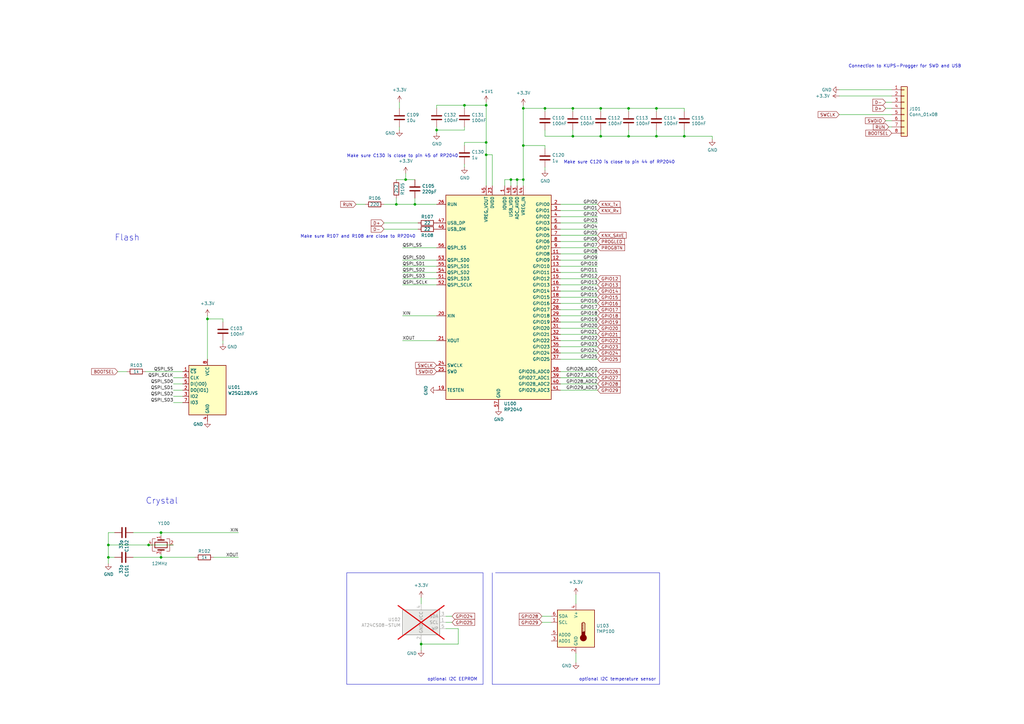
<source format=kicad_sch>
(kicad_sch (version 20230121) (generator eeschema)
  (paper "A3")
  (title_block (title "LED-UP1-4x24V") (date "2024-03-28") (rev "V00.01") (company "OpenKNX") (comment 1 "by Ing-Dom <dom@sing-dom.de>") (comment 4 "https://OpenKNX.de"))
  (lib_symbols
    (symbol "Connector_Generic:Conn_01x08" (pin_names (offset 1.016) hide)
      (property "Reference" "J" (at 0 10.16 0))
      (property "Value" "Conn_01x08" (at 0 -12.7 0))
      (symbol "Conn_01x08_1_1"
        (rectangle (start -1.27 -10.033) (end 0 -10.287) (stroke (width 0.1524)))
        (rectangle (start -1.27 -7.493) (end 0 -7.747) (stroke (width 0.1524)))
        (rectangle (start -1.27 -4.953) (end 0 -5.207) (stroke (width 0.1524)))
        (rectangle (start -1.27 -2.413) (end 0 -2.667) (stroke (width 0.1524)))
        (rectangle (start -1.27 0.127) (end 0 -0.127) (stroke (width 0.1524)))
        (rectangle (start -1.27 2.667) (end 0 2.413) (stroke (width 0.1524)))
        (rectangle (start -1.27 5.207) (end 0 4.953) (stroke (width 0.1524)))
        (rectangle (start -1.27 7.747) (end 0 7.493) (stroke (width 0.1524)))
        (rectangle (start -1.27 8.89) (end 1.27 -11.43) (stroke (width 0.254)) (fill (type background)))
        (pin passive line (at -5.08 7.62 0) (length 3.81) (name "Pin_1") (number "1"))
        (pin passive line (at -5.08 5.08 0) (length 3.81) (name "Pin_2") (number "2"))
        (pin passive line (at -5.08 2.54 0) (length 3.81) (name "Pin_3") (number "3"))
        (pin passive line (at -5.08 0 0) (length 3.81) (name "Pin_4") (number "4"))
        (pin passive line (at -5.08 -2.54 0) (length 3.81) (name "Pin_5") (number "5"))
        (pin passive line (at -5.08 -5.08 0) (length 3.81) (name "Pin_6") (number "6"))
        (pin passive line (at -5.08 -7.62 0) (length 3.81) (name "Pin_7") (number "7"))
        (pin passive line (at -5.08 -10.16 0) (length 3.81) (name "Pin_8") (number "8"))
      )
    )
    (symbol "Device:C" (pin_numbers hide) (pin_names (offset 0.254))
      (property "Reference" "C" (at 0.635 2.54 0))
      (property "Value" "C" (at 0.635 -2.54 0))
      (symbol "C_0_1"
        (polyline (pts (xy -2.032 -0.762) (xy 2.032 -0.762)) (stroke (width 0.508)))
        (polyline (pts (xy -2.032 0.762) (xy 2.032 0.762)) (stroke (width 0.508)))
      )
      (symbol "C_1_1"
        (pin passive line (at 0 3.81 270) (length 2.794) (name "~") (number "1"))
        (pin passive line (at 0 -3.81 90) (length 2.794) (name "~") (number "2"))
      )
    )
    (symbol "Device:Crystal_GND24" (pin_names (offset 1.016) hide)
      (property "Reference" "Y" (at 3.175 5.08 0))
      (property "Value" "Crystal_GND24" (at 3.175 3.175 0))
      (symbol "Crystal_GND24_0_1"
        (rectangle (start -1.143 2.54) (end 1.143 -2.54) (stroke (width 0.3048)))
        (polyline (pts (xy -2.54 0) (xy -2.032 0)))
        (polyline (pts (xy -2.032 -1.27) (xy -2.032 1.27)) (stroke (width 0.508)))
        (polyline (pts (xy 0 -3.81) (xy 0 -3.556)))
        (polyline (pts (xy 0 3.556) (xy 0 3.81)))
        (polyline (pts (xy 2.032 -1.27) (xy 2.032 1.27)) (stroke (width 0.508)))
        (polyline (pts (xy 2.032 0) (xy 2.54 0)))
        (polyline (pts (xy -2.54 -2.286) (xy -2.54 -3.556) (xy 2.54 -3.556) (xy 2.54 -2.286)))
        (polyline (pts (xy -2.54 2.286) (xy -2.54 3.556) (xy 2.54 3.556) (xy 2.54 2.286)))
      )
      (symbol "Crystal_GND24_1_1"
        (pin passive line (at -3.81 0 0) (length 1.27) (name "1") (number "1"))
        (pin passive line (at 0 5.08 270) (length 1.27) (name "2") (number "2"))
        (pin passive line (at 3.81 0 180) (length 1.27) (name "3") (number "3"))
        (pin passive line (at 0 -5.08 90) (length 1.27) (name "4") (number "4"))
      )
    )
    (symbol "Device:R" (pin_numbers hide) (pin_names (offset 0))
      (property "Reference" "R" (at 2.032 0 90))
      (property "Value" "R" (at 0 0 90))
      (symbol "R_0_1"
        (rectangle (start -1.016 -2.54) (end 1.016 2.54) (stroke (width 0.254)))
      )
      (symbol "R_1_1"
        (pin passive line (at 0 3.81 270) (length 1.27) (name "~") (number "1"))
        (pin passive line (at 0 -3.81 90) (length 1.27) (name "~") (number "2"))
      )
    )
    (symbol "MCU_RaspberryPi:RP2040"
      (property "Reference" "U" (at 17.78 45.72 0))
      (property "Value" "RP2040" (at 17.78 43.18 0))
      (symbol "RP2040_0_1"
        (rectangle (start -21.59 41.91) (end 21.59 -41.91) (stroke (width 0.254)) (fill (type background)))
      )
      (symbol "RP2040_1_1"
        (pin power_in line (at 2.54 45.72 270) (length 3.81) (name "IOVDD") (number "1"))
        (pin passive line (at 2.54 45.72 270) (length 3.81) hide (name "IOVDD") (number "10"))
        (pin bidirectional line (at 25.4 17.78 180) (length 3.81) (name "GPIO8") (number "11"))
        (pin bidirectional line (at 25.4 15.24 180) (length 3.81) (name "GPIO9") (number "12"))
        (pin bidirectional line (at 25.4 12.7 180) (length 3.81) (name "GPIO10") (number "13"))
        (pin bidirectional line (at 25.4 10.16 180) (length 3.81) (name "GPIO11") (number "14"))
        (pin bidirectional line (at 25.4 7.62 180) (length 3.81) (name "GPIO12") (number "15"))
        (pin bidirectional line (at 25.4 5.08 180) (length 3.81) (name "GPIO13") (number "16"))
        (pin bidirectional line (at 25.4 2.54 180) (length 3.81) (name "GPIO14") (number "17"))
        (pin bidirectional line (at 25.4 0 180) (length 3.81) (name "GPIO15") (number "18"))
        (pin input line (at -25.4 -38.1 0) (length 3.81) (name "TESTEN") (number "19"))
        (pin bidirectional line (at 25.4 38.1 180) (length 3.81) (name "GPIO0") (number "2"))
        (pin input line (at -25.4 -7.62 0) (length 3.81) (name "XIN") (number "20"))
        (pin passive line (at -25.4 -17.78 0) (length 3.81) (name "XOUT") (number "21"))
        (pin passive line (at 2.54 45.72 270) (length 3.81) hide (name "IOVDD") (number "22"))
        (pin power_in line (at -2.54 45.72 270) (length 3.81) (name "DVDD") (number "23"))
        (pin input line (at -25.4 -27.94 0) (length 3.81) (name "SWCLK") (number "24"))
        (pin bidirectional line (at -25.4 -30.48 0) (length 3.81) (name "SWD") (number "25"))
        (pin input line (at -25.4 38.1 0) (length 3.81) (name "RUN") (number "26"))
        (pin bidirectional line (at 25.4 -2.54 180) (length 3.81) (name "GPIO16") (number "27"))
        (pin bidirectional line (at 25.4 -5.08 180) (length 3.81) (name "GPIO17") (number "28"))
        (pin bidirectional line (at 25.4 -7.62 180) (length 3.81) (name "GPIO18") (number "29"))
        (pin bidirectional line (at 25.4 35.56 180) (length 3.81) (name "GPIO1") (number "3"))
        (pin bidirectional line (at 25.4 -10.16 180) (length 3.81) (name "GPIO19") (number "30"))
        (pin bidirectional line (at 25.4 -12.7 180) (length 3.81) (name "GPIO20") (number "31"))
        (pin bidirectional line (at 25.4 -15.24 180) (length 3.81) (name "GPIO21") (number "32"))
        (pin passive line (at 2.54 45.72 270) (length 3.81) hide (name "IOVDD") (number "33"))
        (pin bidirectional line (at 25.4 -17.78 180) (length 3.81) (name "GPIO22") (number "34"))
        (pin bidirectional line (at 25.4 -20.32 180) (length 3.81) (name "GPIO23") (number "35"))
        (pin bidirectional line (at 25.4 -22.86 180) (length 3.81) (name "GPIO24") (number "36"))
        (pin bidirectional line (at 25.4 -25.4 180) (length 3.81) (name "GPIO25") (number "37"))
        (pin bidirectional line (at 25.4 -30.48 180) (length 3.81) (name "GPIO26_ADC0") (number "38"))
        (pin bidirectional line (at 25.4 -33.02 180) (length 3.81) (name "GPIO27_ADC1") (number "39"))
        (pin bidirectional line (at 25.4 33.02 180) (length 3.81) (name "GPIO2") (number "4"))
        (pin bidirectional line (at 25.4 -35.56 180) (length 3.81) (name "GPIO28_ADC2") (number "40"))
        (pin bidirectional line (at 25.4 -38.1 180) (length 3.81) (name "GPIO29_ADC3") (number "41"))
        (pin passive line (at 2.54 45.72 270) (length 3.81) hide (name "IOVDD") (number "42"))
        (pin power_in line (at 7.62 45.72 270) (length 3.81) (name "ADC_AVDD") (number "43"))
        (pin power_in line (at 10.16 45.72 270) (length 3.81) (name "VREG_IN") (number "44"))
        (pin power_out line (at -5.08 45.72 270) (length 3.81) (name "VREG_VOUT") (number "45"))
        (pin bidirectional line (at -25.4 27.94 0) (length 3.81) (name "USB_DM") (number "46"))
        (pin bidirectional line (at -25.4 30.48 0) (length 3.81) (name "USB_DP") (number "47"))
        (pin power_in line (at 5.08 45.72 270) (length 3.81) (name "USB_VDD") (number "48"))
        (pin passive line (at 2.54 45.72 270) (length 3.81) hide (name "IOVDD") (number "49"))
        (pin bidirectional line (at 25.4 30.48 180) (length 3.81) (name "GPIO3") (number "5"))
        (pin passive line (at -2.54 45.72 270) (length 3.81) hide (name "DVDD") (number "50"))
        (pin bidirectional line (at -25.4 7.62 0) (length 3.81) (name "QSPI_SD3") (number "51"))
        (pin output line (at -25.4 5.08 0) (length 3.81) (name "QSPI_SCLK") (number "52"))
        (pin bidirectional line (at -25.4 15.24 0) (length 3.81) (name "QSPI_SD0") (number "53"))
        (pin bidirectional line (at -25.4 10.16 0) (length 3.81) (name "QSPI_SD2") (number "54"))
        (pin bidirectional line (at -25.4 12.7 0) (length 3.81) (name "QSPI_SD1") (number "55"))
        (pin bidirectional line (at -25.4 20.32 0) (length 3.81) (name "QSPI_SS") (number "56"))
        (pin power_in line (at 0 -45.72 90) (length 3.81) (name "GND") (number "57"))
        (pin bidirectional line (at 25.4 27.94 180) (length 3.81) (name "GPIO4") (number "6"))
        (pin bidirectional line (at 25.4 25.4 180) (length 3.81) (name "GPIO5") (number "7"))
        (pin bidirectional line (at 25.4 22.86 180) (length 3.81) (name "GPIO6") (number "8"))
        (pin bidirectional line (at 25.4 20.32 180) (length 3.81) (name "GPIO7") (number "9"))
      )
    )
    (symbol "Memory_EEPROM:AT24CS08-STUM"
      (property "Reference" "U" (at -7.62 6.35 0))
      (property "Value" "AT24CS08-STUM" (at 2.54 -6.35 0))
      (symbol "AT24CS08-STUM_1_1"
        (rectangle (start -7.62 5.08) (end 7.62 -5.08) (stroke (width 0.254)) (fill (type background)))
        (pin input line (at 10.16 0 180) (length 2.54) (name "SCL") (number "1"))
        (pin power_in line (at 0 -7.62 90) (length 2.54) (name "GND") (number "2"))
        (pin bidirectional line (at 10.16 2.54 180) (length 2.54) (name "SDA") (number "3"))
        (pin power_in line (at 0 7.62 270) (length 2.54) (name "VCC") (number "4"))
        (pin input line (at 10.16 -2.54 180) (length 2.54) (name "WP") (number "5"))
      )
    )
    (symbol "Memory_Flash:W25Q128JVS"
      (property "Reference" "U" (at -8.89 8.89 0))
      (property "Value" "W25Q128JVS" (at 7.62 8.89 0))
      (symbol "W25Q128JVS_0_1"
        (rectangle (start -7.62 10.16) (end 7.62 -10.16) (stroke (width 0.254)) (fill (type background)))
      )
      (symbol "W25Q128JVS_1_1"
        (pin input line (at -10.16 7.62 0) (length 2.54) (name "~{CS}") (number "1"))
        (pin bidirectional line (at -10.16 0 0) (length 2.54) (name "DO(IO1)") (number "2"))
        (pin bidirectional line (at -10.16 -2.54 0) (length 2.54) (name "IO2") (number "3"))
        (pin power_in line (at 0 -12.7 90) (length 2.54) (name "GND") (number "4"))
        (pin bidirectional line (at -10.16 2.54 0) (length 2.54) (name "DI(IO0)") (number "5"))
        (pin input line (at -10.16 5.08 0) (length 2.54) (name "CLK") (number "6"))
        (pin bidirectional line (at -10.16 -5.08 0) (length 2.54) (name "IO3") (number "7"))
        (pin power_in line (at 0 12.7 270) (length 2.54) (name "VCC") (number "8"))
      )
    )
    (symbol "Sensor_Temperature:TMP100"
      (property "Reference" "U" (at 10.16 6.35 0))
      (property "Value" "TMP100" (at 12.7 3.81 0))
      (symbol "TMP100_0_1"
        (rectangle (start -7.62 7.62) (end 7.62 -7.62) (stroke (width 0.254)) (fill (type background)))
      )
      (symbol "TMP100_1_1"
        (polyline (pts (xy 2.413 -0.635) (xy 3.048 -0.635)) (stroke (width 0.254)))
        (polyline (pts (xy 2.413 0) (xy 3.048 0)) (stroke (width 0.254)))
        (polyline (pts (xy 2.413 0.635) (xy 3.048 0.635)) (stroke (width 0.254)))
        (polyline (pts (xy 2.413 1.27) (xy 3.048 1.27)) (stroke (width 0.254)))
        (polyline (pts (xy 2.413 1.905) (xy 2.413 -1.27)) (stroke (width 0.254)))
        (polyline (pts (xy 2.413 1.905) (xy 3.048 1.905)) (stroke (width 0.254)))
        (polyline (pts (xy 3.683 1.905) (xy 3.683 -1.27)) (stroke (width 0.254)))
        (circle (center 3.048 -3.81) (radius 1.27) (stroke (width 0.254)) (fill (type outline)))
        (rectangle (start 3.683 -3.175) (end 2.413 -1.27) (stroke (width 0.254)) (fill (type outline)))
        (arc (start 3.683 1.905) (mid 3.048 2.5373) (end 2.413 1.905) (stroke (width 0.254)))
        (pin input line (at -10.16 2.54 0) (length 2.54) (name "SCL") (number "1"))
        (pin power_in line (at 0 -10.16 90) (length 2.54) (name "GND") (number "2"))
        (pin input line (at -10.16 -5.08 0) (length 2.54) (name "ADD1") (number "3"))
        (pin power_in line (at 0 10.16 270) (length 2.54) (name "V+") (number "4"))
        (pin input line (at -10.16 -2.54 0) (length 2.54) (name "ADD0") (number "5"))
        (pin bidirectional line (at -10.16 5.08 0) (length 2.54) (name "SDA") (number "6"))
      )
    )
    (symbol "power:+1V1" (power) (pin_names (offset 0))
      (property "Value" "+1V1" (at 0 3.556 0))
      (symbol "+1V1_0_1"
        (polyline (pts (xy -0.762 1.27) (xy 0 2.54)))
        (polyline (pts (xy 0 0) (xy 0 2.54)))
        (polyline (pts (xy 0 2.54) (xy 0.762 1.27)))
      )
      (symbol "+1V1_1_1"
        (pin power_in line (at 0 0 90) (length 0) hide (name "+1V1") (number "1"))
      )
    )
    (symbol "power:+3.3V" (power) (pin_names (offset 0))
      (property "Value" "+3.3V" (at 0 3.556 0))
      (symbol "+3.3V_0_1"
        (polyline (pts (xy -0.762 1.27) (xy 0 2.54)))
        (polyline (pts (xy 0 0) (xy 0 2.54)))
        (polyline (pts (xy 0 2.54) (xy 0.762 1.27)))
      )
      (symbol "+3.3V_1_1"
        (pin power_in line (at 0 0 90) (length 0) hide (name "+3.3V") (number "1"))
      )
    )
    (symbol "power:GND" (power) (pin_names (offset 0))
      (property "Value" "GND" (at 0 -3.81 0))
      (symbol "GND_0_1"
        (polyline (pts (xy 0 0) (xy 0 -1.27) (xy 1.27 -1.27) (xy 0 -2.54) (xy -1.27 -1.27) (xy 0 -1.27)))
      )
      (symbol "GND_1_1"
        (pin power_in line (at 0 0 270) (length 0) hide (name "GND") (number "1"))
      )
    )
  )
  (junction (at 66.04 218.44))
  (junction (at 179.07 53.34))
  (junction (at 223.52 44.45))
  (junction (at 199.39 63.5))
  (junction (at 214.63 44.45))
  (junction (at 269.24 55.88))
  (junction (at 234.95 44.45))
  (junction (at 66.04 228.6))
  (junction (at 257.81 44.45))
  (junction (at 162.56 83.82))
  (junction (at 212.09 73.66))
  (junction (at 214.63 59.69))
  (junction (at 199.39 58.42))
  (junction (at 257.81 55.88))
  (junction (at 166.37 73.66))
  (junction (at 85.09 130.81))
  (junction (at 44.45 223.52))
  (junction (at 234.95 55.88))
  (junction (at 170.18 83.82))
  (junction (at 199.39 43.18))
  (junction (at 269.24 44.45))
  (junction (at 190.5 43.18))
  (junction (at 214.63 73.66))
  (junction (at 172.72 264.16))
  (junction (at 60.96 223.52))
  (junction (at 246.38 55.88))
  (junction (at 246.38 44.45))
  (junction (at 280.67 55.88))
  (junction (at 209.55 73.66))
  (junction (at 44.45 228.6))
  (wire (pts (xy 71.12 223.52) (xy 60.96 223.52)))
  (wire (pts (xy 229.87 132.08) (xy 245.11 132.08)))
  (wire (pts (xy 229.87 142.24) (xy 245.11 142.24)))
  (wire (pts (xy 199.39 58.42) (xy 199.39 63.5)))
  (wire (pts (xy 46.99 218.44) (xy 44.45 218.44)))
  (wire (pts (xy 48.26 152.4) (xy 52.07 152.4)))
  (wire (pts (xy 229.87 104.14) (xy 245.11 104.14)))
  (wire (pts (xy 46.99 228.6) (xy 44.45 228.6)))
  (wire (pts (xy 229.87 129.54) (xy 245.11 129.54)))
  (polyline (pts (xy 198.12 280.67) (xy 198.12 234.95)))
  (wire (pts (xy 185.42 252.73) (xy 182.88 252.73)))
  (wire (pts (xy 344.17 46.99) (xy 365.76 46.99)))
  (wire (pts (xy 280.67 45.72) (xy 280.67 44.45)))
  (wire (pts (xy 87.63 228.6) (xy 97.79 228.6)))
  (wire (pts (xy 199.39 43.18) (xy 199.39 58.42)))
  (wire (pts (xy 166.37 71.12) (xy 166.37 73.66)))
  (wire (pts (xy 363.22 49.53) (xy 365.76 49.53)))
  (wire (pts (xy 157.48 83.82) (xy 162.56 83.82)))
  (wire (pts (xy 44.45 223.52) (xy 44.45 228.6)))
  (wire (pts (xy 229.87 83.82) (xy 245.11 83.82)))
  (wire (pts (xy 280.67 53.34) (xy 280.67 55.88)))
  (wire (pts (xy 234.95 53.34) (xy 234.95 55.88)))
  (wire (pts (xy 190.5 59.69) (xy 190.5 58.42)))
  (wire (pts (xy 172.72 262.89) (xy 172.72 264.16)))
  (wire (pts (xy 146.05 83.82) (xy 149.86 83.82)))
  (wire (pts (xy 229.87 127) (xy 245.11 127)))
  (wire (pts (xy 179.07 53.34) (xy 190.5 53.34)))
  (wire (pts (xy 363.22 44.45) (xy 365.76 44.45)))
  (wire (pts (xy 214.63 44.45) (xy 214.63 59.69)))
  (wire (pts (xy 257.81 44.45) (xy 269.24 44.45)))
  (wire (pts (xy 71.12 160.02) (xy 74.93 160.02)))
  (wire (pts (xy 229.87 96.52) (xy 245.11 96.52)))
  (wire (pts (xy 162.56 83.82) (xy 170.18 83.82)))
  (wire (pts (xy 170.18 81.28) (xy 170.18 83.82)))
  (wire (pts (xy 229.87 99.06) (xy 245.11 99.06)))
  (wire (pts (xy 71.12 157.48) (xy 74.93 157.48)))
  (wire (pts (xy 229.87 93.98) (xy 245.11 93.98)))
  (wire (pts (xy 85.09 130.81) (xy 85.09 147.32)))
  (wire (pts (xy 234.95 44.45) (xy 246.38 44.45)))
  (wire (pts (xy 229.87 91.44) (xy 245.11 91.44)))
  (wire (pts (xy 162.56 81.28) (xy 162.56 83.82)))
  (wire (pts (xy 171.45 93.98) (xy 157.48 93.98)))
  (wire (pts (xy 166.37 73.66) (xy 162.56 73.66)))
  (wire (pts (xy 179.07 44.45) (xy 179.07 43.18)))
  (wire (pts (xy 190.5 67.31) (xy 190.5 68.58)))
  (wire (pts (xy 229.87 111.76) (xy 245.11 111.76)))
  (wire (pts (xy 71.12 162.56) (xy 74.93 162.56)))
  (polyline (pts (xy 203.2 234.95) (xy 270.51 234.95)))
  (polyline (pts (xy 201.93 280.67) (xy 201.93 234.95)))
  (wire (pts (xy 201.93 76.2) (xy 201.93 63.5)))
  (wire (pts (xy 229.87 106.68) (xy 245.11 106.68)))
  (wire (pts (xy 187.96 264.16) (xy 187.96 257.81)))
  (wire (pts (xy 344.17 36.83) (xy 365.76 36.83)))
  (wire (pts (xy 165.1 114.3) (xy 179.07 114.3)))
  (wire (pts (xy 344.17 39.37) (xy 365.76 39.37)))
  (wire (pts (xy 179.07 43.18) (xy 190.5 43.18)))
  (wire (pts (xy 229.87 137.16) (xy 245.11 137.16)))
  (wire (pts (xy 229.87 88.9) (xy 245.11 88.9)))
  (wire (pts (xy 280.67 55.88) (xy 269.24 55.88)))
  (polyline (pts (xy 270.51 234.95) (xy 270.51 280.67)))
  (wire (pts (xy 172.72 264.16) (xy 187.96 264.16)))
  (wire (pts (xy 269.24 44.45) (xy 280.67 44.45)))
  (wire (pts (xy 190.5 53.34) (xy 190.5 52.07)))
  (wire (pts (xy 246.38 55.88) (xy 234.95 55.88)))
  (wire (pts (xy 71.12 165.1) (xy 74.93 165.1)))
  (wire (pts (xy 229.87 157.48) (xy 245.11 157.48)))
  (wire (pts (xy 201.93 63.5) (xy 199.39 63.5)))
  (wire (pts (xy 91.44 130.81) (xy 85.09 130.81)))
  (wire (pts (xy 229.87 116.84) (xy 245.11 116.84)))
  (wire (pts (xy 199.39 63.5) (xy 199.39 76.2)))
  (wire (pts (xy 59.69 152.4) (xy 74.93 152.4)))
  (wire (pts (xy 54.61 218.44) (xy 66.04 218.44)))
  (wire (pts (xy 229.87 119.38) (xy 245.11 119.38)))
  (wire (pts (xy 269.24 53.34) (xy 269.24 55.88)))
  (wire (pts (xy 229.87 152.4) (xy 245.11 152.4)))
  (wire (pts (xy 222.25 255.27) (xy 226.06 255.27)))
  (wire (pts (xy 179.07 101.6) (xy 165.1 101.6)))
  (wire (pts (xy 66.04 219.71) (xy 66.04 218.44)))
  (wire (pts (xy 229.87 124.46) (xy 245.11 124.46)))
  (wire (pts (xy 207.01 73.66) (xy 209.55 73.66)))
  (wire (pts (xy 223.52 68.58) (xy 223.52 69.85)))
  (polyline (pts (xy 142.24 234.95) (xy 142.24 280.67)))
  (wire (pts (xy 44.45 218.44) (xy 44.45 223.52)))
  (wire (pts (xy 190.5 43.18) (xy 199.39 43.18)))
  (wire (pts (xy 212.09 73.66) (xy 214.63 73.66)))
  (wire (pts (xy 226.06 252.73) (xy 222.25 252.73)))
  (wire (pts (xy 223.52 53.34) (xy 223.52 55.88)))
  (wire (pts (xy 172.72 264.16) (xy 172.72 266.7)))
  (wire (pts (xy 60.96 223.52) (xy 44.45 223.52)))
  (wire (pts (xy 246.38 44.45) (xy 257.81 44.45)))
  (wire (pts (xy 363.22 41.91) (xy 365.76 41.91)))
  (wire (pts (xy 269.24 55.88) (xy 257.81 55.88)))
  (wire (pts (xy 66.04 227.33) (xy 66.04 228.6)))
  (wire (pts (xy 236.22 243.84) (xy 236.22 247.65)))
  (wire (pts (xy 229.87 147.32) (xy 245.11 147.32)))
  (wire (pts (xy 207.01 76.2) (xy 207.01 73.66)))
  (wire (pts (xy 91.44 139.7) (xy 91.44 140.97)))
  (wire (pts (xy 165.1 109.22) (xy 179.07 109.22)))
  (wire (pts (xy 165.1 129.54) (xy 179.07 129.54)))
  (wire (pts (xy 229.87 144.78) (xy 245.11 144.78)))
  (wire (pts (xy 269.24 45.72) (xy 269.24 44.45)))
  (wire (pts (xy 165.1 106.68) (xy 179.07 106.68)))
  (wire (pts (xy 54.61 228.6) (xy 66.04 228.6)))
  (wire (pts (xy 66.04 218.44) (xy 97.79 218.44)))
  (wire (pts (xy 214.63 43.18) (xy 214.63 44.45)))
  (wire (pts (xy 172.72 245.11) (xy 172.72 247.65)))
  (wire (pts (xy 229.87 160.02) (xy 245.11 160.02)))
  (polyline (pts (xy 198.12 234.95) (xy 142.24 234.95)))
  (wire (pts (xy 214.63 59.69) (xy 223.52 59.69)))
  (wire (pts (xy 229.87 139.7) (xy 245.11 139.7)))
  (wire (pts (xy 179.07 116.84) (xy 165.1 116.84)))
  (wire (pts (xy 91.44 132.08) (xy 91.44 130.81)))
  (wire (pts (xy 209.55 73.66) (xy 209.55 76.2)))
  (wire (pts (xy 280.67 55.88) (xy 292.1 55.88)))
  (wire (pts (xy 44.45 228.6) (xy 44.45 231.14)))
  (wire (pts (xy 364.49 52.07) (xy 365.76 52.07)))
  (wire (pts (xy 85.09 129.54) (xy 85.09 130.81)))
  (polyline (pts (xy 142.24 280.67) (xy 198.12 280.67)))
  (wire (pts (xy 229.87 86.36) (xy 245.11 86.36)))
  (wire (pts (xy 165.1 111.76) (xy 179.07 111.76)))
  (wire (pts (xy 185.42 255.27) (xy 182.88 255.27)))
  (wire (pts (xy 190.5 44.45) (xy 190.5 43.18)))
  (wire (pts (xy 223.52 45.72) (xy 223.52 44.45)))
  (wire (pts (xy 212.09 73.66) (xy 212.09 76.2)))
  (wire (pts (xy 163.83 52.07) (xy 163.83 53.34)))
  (wire (pts (xy 229.87 154.94) (xy 245.11 154.94)))
  (wire (pts (xy 223.52 60.96) (xy 223.52 59.69)))
  (polyline (pts (xy 270.51 280.67) (xy 201.93 280.67)))
  (wire (pts (xy 71.12 154.94) (xy 74.93 154.94)))
  (wire (pts (xy 234.95 45.72) (xy 234.95 44.45)))
  (wire (pts (xy 209.55 73.66) (xy 212.09 73.66)))
  (wire (pts (xy 171.45 91.44) (xy 157.48 91.44)))
  (wire (pts (xy 229.87 114.3) (xy 245.11 114.3)))
  (wire (pts (xy 229.87 101.6) (xy 245.11 101.6)))
  (wire (pts (xy 229.87 134.62) (xy 245.11 134.62)))
  (wire (pts (xy 199.39 41.91) (xy 199.39 43.18)))
  (wire (pts (xy 190.5 58.42) (xy 199.39 58.42)))
  (wire (pts (xy 292.1 55.88) (xy 292.1 57.15)))
  (wire (pts (xy 236.22 267.97) (xy 236.22 271.78)))
  (wire (pts (xy 214.63 73.66) (xy 214.63 76.2)))
  (wire (pts (xy 170.18 83.82) (xy 179.07 83.82)))
  (wire (pts (xy 257.81 55.88) (xy 246.38 55.88)))
  (wire (pts (xy 229.87 109.22) (xy 245.11 109.22)))
  (wire (pts (xy 257.81 45.72) (xy 257.81 44.45)))
  (wire (pts (xy 214.63 44.45) (xy 223.52 44.45)))
  (wire (pts (xy 179.07 52.07) (xy 179.07 53.34)))
  (wire (pts (xy 187.96 257.81) (xy 182.88 257.81)))
  (wire (pts (xy 246.38 53.34) (xy 246.38 55.88)))
  (wire (pts (xy 229.87 121.92) (xy 245.11 121.92)))
  (wire (pts (xy 163.83 41.91) (xy 163.83 44.45)))
  (wire (pts (xy 214.63 59.69) (xy 214.63 73.66)))
  (wire (pts (xy 234.95 55.88) (xy 223.52 55.88)))
  (wire (pts (xy 257.81 53.34) (xy 257.81 55.88)))
  (wire (pts (xy 179.07 53.34) (xy 179.07 54.61)))
  (wire (pts (xy 179.07 139.7) (xy 165.1 139.7)))
  (wire (pts (xy 170.18 73.66) (xy 166.37 73.66)))
  (wire (pts (xy 246.38 45.72) (xy 246.38 44.45)))
  (wire (pts (xy 223.52 44.45) (xy 234.95 44.45)))
  (wire (pts (xy 66.04 228.6) (xy 80.01 228.6)))
  (text "Make sure C130 is close to pin 45 of RP2040" (at 142.24 64.77 0) (effects (font (size 1.27 1.27)) (justify left bottom)))
  (text "optional I2C temperature sensor" (at 237.49 279.4 0) (effects (font (size 1.27 1.27)) (justify left bottom)))
  (text "Flash" (at 46.99 99.06 0) (effects (font (size 2.54 2.54)) (justify left bottom)))
  (text "optional I2C EEPROM" (at 175.26 279.4 0) (effects (font (size 1.27 1.27)) (justify left bottom)))
  (text "Crystal" (at 59.69 207.01 0) (effects (font (size 2.54 2.54)) (justify left bottom)))
  (text "Connection to KUPS-Progger for SWD and USB" (at 347.98 27.94 0) (effects (font (size 1.27 1.27)) (justify left bottom)))
  (text "Make sure C120 is close to pin 44 of RP2040" (at 231.14 67.31 0) (effects (font (size 1.27 1.27)) (justify left bottom)))
  (text "Make sure R107 and R108 are close to RP2040" (at 123.19 97.79 0) (effects (font (size 1.27 1.27)) (justify left bottom)))
  (label "GPIO21" (at 245.11 137.16 180))
  (label "GPIO26_ADC0" (at 245.11 152.4 180))
  (label "XOUT" (at 165.1 139.7 0))
  (label "GPIO28_ADC2" (at 245.11 157.48 180))
  (label "GPIO20" (at 245.11 134.62 180))
  (label "XIN" (at 97.79 218.44 180))
  (label "QSPI_SS" (at 165.1 101.6 0))
  (label "GPIO16" (at 245.11 124.46 180))
  (label "QSPI_SD0" (at 165.1 106.68 0))
  (label "QSPI_SCLK" (at 71.12 154.94 180))
  (label "GPIO0" (at 245.11 83.82 180))
  (label "GPIO2" (at 245.11 88.9 180))
  (label "GPIO27_ADC1" (at 245.11 154.94 180))
  (label "QSPI_SD3" (at 71.12 165.1 180))
  (label "GPIO22" (at 245.11 139.7 180))
  (label "QSPI_SS" (at 71.12 152.4 180))
  (label "QSPI_SD1" (at 165.1 109.22 0))
  (label "GPIO9" (at 245.11 106.68 180))
  (label "GPIO13" (at 245.11 116.84 180))
  (label "QSPI_SD2" (at 165.1 111.76 0))
  (label "XIN" (at 165.1 129.54 0))
  (label "GPIO17" (at 245.11 127 180))
  (label "GPIO12" (at 245.11 114.3 180))
  (label "GPIO8" (at 245.11 104.14 180))
  (label "XOUT" (at 97.79 228.6 180))
  (label "GPIO23" (at 245.11 142.24 180))
  (label "GPIO11" (at 245.11 111.76 180))
  (label "GPIO18" (at 245.11 129.54 180))
  (label "GPIO19" (at 245.11 132.08 180))
  (label "QSPI_SD2" (at 71.12 162.56 180))
  (label "GPIO1" (at 245.11 86.36 180))
  (label "QSPI_SCLK" (at 165.1 116.84 0))
  (label "QSPI_SD1" (at 71.12 160.02 180))
  (label "GPIO15" (at 245.11 121.92 180))
  (label "QSPI_SD3" (at 165.1 114.3 0))
  (label "QSPI_SD0" (at 71.12 157.48 180))
  (label "GPIO24" (at 245.11 144.78 180))
  (label "GPIO5" (at 245.11 96.52 180))
  (label "GPIO14" (at 245.11 119.38 180))
  (label "GPIO6" (at 245.11 99.06 180))
  (label "GPIO25" (at 245.11 147.32 180))
  (label "GPIO10" (at 245.11 109.22 180))
  (label "GPIO4" (at 245.11 93.98 180))
  (label "GPIO3" (at 245.11 91.44 180))
  (label "GPIO7" (at 245.11 101.6 180))
  (label "GPIO29_ADC3" (at 245.11 160.02 180))
  (global_label "GPIO27" (shape input) (at 245.11 154.94 0) (property "Intersheetrefs" "${INTERSHEET_REFS}" (effects hide)))
  (global_label "D-" (shape input) (at 157.48 93.98 180) (property "Intersheetrefs" "${INTERSHEET_REFS}" (effects hide)))
  (global_label "GPIO20" (shape input) (at 245.11 134.62 0) (property "Intersheetrefs" "${INTERSHEET_REFS}" (effects hide)))
  (global_label "GPIO24" (shape input) (at 185.42 252.73 0) (property "Intersheetrefs" "${INTERSHEET_REFS}" (effects hide)))
  (global_label "RUN" (shape input) (at 146.05 83.82 180) (property "Intersheetrefs" "${INTERSHEET_REFS}" (effects hide)))
  (global_label "D+" (shape input) (at 157.48 91.44 180) (property "Intersheetrefs" "${INTERSHEET_REFS}" (effects hide)))
  (global_label "D-" (shape input) (at 363.22 41.91 180) (property "Intersheetrefs" "${INTERSHEET_REFS}" (effects hide)))
  (global_label "GPIO29" (shape input) (at 245.11 160.02 0) (property "Intersheetrefs" "${INTERSHEET_REFS}" (effects hide)))
  (global_label "GPIO17" (shape input) (at 245.11 127 0) (property "Intersheetrefs" "${INTERSHEET_REFS}" (effects hide)))
  (global_label "GPIO18" (shape input) (at 245.11 129.54 0) (property "Intersheetrefs" "${INTERSHEET_REFS}" (effects hide)))
  (global_label "GPIO22" (shape input) (at 245.11 139.7 0) (property "Intersheetrefs" "${INTERSHEET_REFS}" (effects hide)))
  (global_label "PROGLED" (shape input) (at 245.11 99.06 0) (property "Intersheetrefs" "${INTERSHEET_REFS}" (effects hide)))
  (global_label "GPIO13" (shape input) (at 245.11 116.84 0) (property "Intersheetrefs" "${INTERSHEET_REFS}" (effects hide)))
  (global_label "D+" (shape input) (at 363.22 44.45 180) (property "Intersheetrefs" "${INTERSHEET_REFS}" (effects hide)))
  (global_label "SWDIO" (shape input) (at 179.07 152.4 180) (property "Intersheetrefs" "${INTERSHEET_REFS}" (effects hide)))
  (global_label "BOOTSEL" (shape input) (at 365.76 54.61 180) (property "Intersheetrefs" "${INTERSHEET_REFS}" (effects hide)))
  (global_label "GPIO28" (shape input) (at 222.25 252.73 180) (property "Intersheetrefs" "${INTERSHEET_REFS}" (effects hide)))
  (global_label "GPIO14" (shape input) (at 245.11 119.38 0) (property "Intersheetrefs" "${INTERSHEET_REFS}" (effects hide)))
  (global_label "GPIO21" (shape input) (at 245.11 137.16 0) (property "Intersheetrefs" "${INTERSHEET_REFS}" (effects hide)))
  (global_label "PROGBTN" (shape input) (at 245.11 101.6 0) (property "Intersheetrefs" "${INTERSHEET_REFS}" (effects hide)))
  (global_label "GPIO26" (shape input) (at 245.11 152.4 0) (property "Intersheetrefs" "${INTERSHEET_REFS}" (effects hide)))
  (global_label "RUN" (shape input) (at 364.49 52.07 180) (property "Intersheetrefs" "${INTERSHEET_REFS}" (effects hide)))
  (global_label "BOOTSEL" (shape input) (at 48.26 152.4 180) (property "Intersheetrefs" "${INTERSHEET_REFS}" (effects hide)))
  (global_label "KNX_SAVE" (shape input) (at 245.11 96.52 0) (property "Intersheetrefs" "${INTERSHEET_REFS}" (effects hide)))
  (global_label "GPIO15" (shape input) (at 245.11 121.92 0) (property "Intersheetrefs" "${INTERSHEET_REFS}" (effects hide)))
  (global_label "GPIO25" (shape input) (at 185.42 255.27 0) (property "Intersheetrefs" "${INTERSHEET_REFS}" (effects hide)))
  (global_label "GPIO19" (shape input) (at 245.11 132.08 0) (property "Intersheetrefs" "${INTERSHEET_REFS}" (effects hide)))
  (global_label "SWDIO" (shape input) (at 363.22 49.53 180) (property "Intersheetrefs" "${INTERSHEET_REFS}" (effects hide)))
  (global_label "GPIO16" (shape input) (at 245.11 124.46 0) (property "Intersheetrefs" "${INTERSHEET_REFS}" (effects hide)))
  (global_label "KNX_Rx" (shape input) (at 245.11 86.36 0) (property "Intersheetrefs" "${INTERSHEET_REFS}" (effects hide)))
  (global_label "GPIO12" (shape input) (at 245.11 114.3 0) (property "Intersheetrefs" "${INTERSHEET_REFS}" (effects hide)))
  (global_label "GPIO25" (shape input) (at 245.11 147.32 0) (property "Intersheetrefs" "${INTERSHEET_REFS}" (effects hide)))
  (global_label "GPIO28" (shape input) (at 245.11 157.48 0) (property "Intersheetrefs" "${INTERSHEET_REFS}" (effects hide)))
  (global_label "SWCLK" (shape input) (at 344.17 46.99 180) (property "Intersheetrefs" "${INTERSHEET_REFS}" (effects hide)))
  (global_label "GPIO24" (shape input) (at 245.11 144.78 0) (property "Intersheetrefs" "${INTERSHEET_REFS}" (effects hide)))
  (global_label "GPIO29" (shape input) (at 222.25 255.27 180) (property "Intersheetrefs" "${INTERSHEET_REFS}" (effects hide)))
  (global_label "GPIO23" (shape input) (at 245.11 142.24 0) (property "Intersheetrefs" "${INTERSHEET_REFS}" (effects hide)))
  (global_label "KNX_Tx" (shape input) (at 245.11 83.82 0) (property "Intersheetrefs" "${INTERSHEET_REFS}" (effects hide)))
  (global_label "SWCLK" (shape input) (at 179.07 149.86 180) (property "Intersheetrefs" "${INTERSHEET_REFS}" (effects hide)))
  (symbol (lib_id "Device:C") (at 50.8 218.44 270) (unit 1)
    (property "Reference" "C102" (at 51.9684 221.361 0) (effects (justify left)))
    (property "Value" "33p" (at 49.657 221.361 0) (effects (justify left)))
    (property "Footprint" "Capacitor_SMD:C_0402_1005Metric" (effects hide))
    (property "LCSC" "C1562" (effects hide))
  )
  (symbol (lib_id "power:GND") (at 44.45 231.14 0) (unit 1)
    (property "Reference" "#PWR02" (effects hide))
    (property "Value" "GND" (at 44.577 235.5342 0))
  )
  (symbol (lib_id "power:GND") (at 85.09 172.72 0) (unit 1)
    (property "Reference" "#PWR04" (effects hide))
    (property "Value" "GND" (at 81.28 173.99 0))
  )
  (symbol (lib_id "Device:R") (at 55.88 152.4 270) (unit 1)
    (property "Reference" "R103" (at 55.88 149.86 90))
    (property "Value" "1k" (at 55.88 152.4 90))
    (property "Footprint" "Capacitor_SMD:C_0402_1005Metric" (effects hide))
    (property "LCSC" "C11702" (effects hide))
  )
  (symbol (lib_id "Device:C") (at 91.44 135.89 0) (unit 1)
    (property "Reference" "C103" (at 94.361 134.7216 0) (effects (justify left)))
    (property "Value" "100nF" (at 94.361 137.033 0) (effects (justify left)))
    (property "Footprint" "Capacitor_SMD:C_0402_1005Metric" (effects hide))
    (property "LCSC" "C307331" (effects hide))
  )
  (symbol (lib_id "power:GND") (at 91.44 140.97 0) (unit 1)
    (property "Reference" "#PWR05" (effects hide))
    (property "Value" "GND" (at 95.25 142.24 0))
  )
  (symbol (lib_id "power:GND") (at 204.47 167.64 0) (unit 1)
    (property "Reference" "#PWR013" (effects hide))
    (property "Value" "GND" (at 204.597 172.0342 0))
  )
  (symbol (lib_id "power:GND") (at 179.07 160.02 270) (unit 1)
    (property "Reference" "#PWR012" (effects hide))
    (property "Value" "GND" (at 174.6758 160.147 0))
  )
  (symbol (lib_id "Device:R") (at 175.26 91.44 90) (unit 1)
    (property "Reference" "R107" (at 175.26 88.9 90))
    (property "Value" "22" (at 175.26 91.44 90))
    (property "Footprint" "Capacitor_SMD:C_0402_1005Metric" (effects hide))
    (property "LCSC" "C25092" (effects hide))
  )
  (symbol (lib_id "Device:R") (at 175.26 93.98 90) (unit 1)
    (property "Reference" "R108" (at 175.26 96.52 90))
    (property "Value" "22" (at 175.26 93.98 90))
    (property "Footprint" "Capacitor_SMD:C_0402_1005Metric" (effects hide))
    (property "LCSC" "C25092" (effects hide))
  )
  (symbol (lib_id "power:+1V1") (at 199.39 41.91 0) (unit 1)
    (property "Reference" "#PWR011" (effects hide))
    (property "Value" "+1V1" (at 199.771 37.5158 0))
  )
  (symbol (lib_id "Device:C") (at 223.52 49.53 0) (unit 1)
    (property "Reference" "C110" (at 226.441 48.3616 0) (effects (justify left)))
    (property "Value" "100nF" (at 226.441 50.673 0) (effects (justify left)))
    (property "Footprint" "Capacitor_SMD:C_0402_1005Metric" (effects hide))
    (property "LCSC" "C307331" (effects hide))
  )
  (symbol (lib_id "Device:C") (at 234.95 49.53 0) (unit 1)
    (property "Reference" "C111" (at 237.871 48.3616 0) (effects (justify left)))
    (property "Value" "100nF" (at 237.871 50.673 0) (effects (justify left)))
    (property "Footprint" "Capacitor_SMD:C_0402_1005Metric" (effects hide))
    (property "LCSC" "C307331" (effects hide))
  )
  (symbol (lib_id "Device:C") (at 246.38 49.53 0) (unit 1)
    (property "Reference" "C112" (at 249.301 48.3616 0) (effects (justify left)))
    (property "Value" "100nF" (at 249.301 50.673 0) (effects (justify left)))
    (property "Footprint" "Capacitor_SMD:C_0402_1005Metric" (effects hide))
    (property "LCSC" "C307331" (effects hide))
  )
  (symbol (lib_id "Device:C") (at 257.81 49.53 0) (unit 1)
    (property "Reference" "C113" (at 260.731 48.3616 0) (effects (justify left)))
    (property "Value" "100nF" (at 260.731 50.673 0) (effects (justify left)))
    (property "Footprint" "Capacitor_SMD:C_0402_1005Metric" (effects hide))
    (property "LCSC" "C307331" (effects hide))
  )
  (symbol (lib_id "Device:C") (at 269.24 49.53 0) (unit 1)
    (property "Reference" "C114" (at 272.161 48.3616 0) (effects (justify left)))
    (property "Value" "100nF" (at 272.161 50.673 0) (effects (justify left)))
    (property "Footprint" "Capacitor_SMD:C_0402_1005Metric" (effects hide))
    (property "LCSC" "C307331" (effects hide))
  )
  (symbol (lib_id "Device:C") (at 280.67 49.53 0) (unit 1)
    (property "Reference" "C115" (at 283.591 48.3616 0) (effects (justify left)))
    (property "Value" "100nF" (at 283.591 50.673 0) (effects (justify left)))
    (property "Footprint" "Capacitor_SMD:C_0402_1005Metric" (effects hide))
    (property "LCSC" "C307331" (effects hide))
  )
  (symbol (lib_id "Device:C") (at 179.07 48.26 0) (unit 1)
    (property "Reference" "C132" (at 181.991 47.0916 0) (effects (justify left)))
    (property "Value" "100nF" (at 181.991 49.403 0) (effects (justify left)))
    (property "Footprint" "Capacitor_SMD:C_0402_1005Metric" (effects hide))
    (property "LCSC" "C307331" (effects hide))
  )
  (symbol (lib_id "Device:C") (at 190.5 48.26 0) (unit 1)
    (property "Reference" "C131" (at 193.421 47.0916 0) (effects (justify left)))
    (property "Value" "100nF" (at 193.421 49.403 0) (effects (justify left)))
    (property "Footprint" "Capacitor_SMD:C_0402_1005Metric" (effects hide))
    (property "LCSC" "C307331" (effects hide))
  )
  (symbol (lib_id "Device:C") (at 190.5 63.5 0) (unit 1)
    (property "Reference" "C130" (at 193.421 62.3316 0) (effects (justify left)))
    (property "Value" "1u" (at 193.421 64.643 0) (effects (justify left)))
    (property "Footprint" "Capacitor_SMD:C_0402_1005Metric" (effects hide))
    (property "LCSC" "C52923" (effects hide))
  )
  (symbol (lib_id "Device:C") (at 223.52 64.77 0) (unit 1)
    (property "Reference" "C120" (at 226.441 63.6016 0) (effects (justify left)))
    (property "Value" "1u" (at 226.441 65.913 0) (effects (justify left)))
    (property "Footprint" "Capacitor_SMD:C_0402_1005Metric" (effects hide))
    (property "LCSC" "C52923" (effects hide))
  )
  (symbol (lib_id "power:GND") (at 292.1 57.15 0) (unit 1)
    (property "Reference" "#PWR016" (effects hide))
    (property "Value" "GND" (at 292.227 61.5442 0))
  )
  (symbol (lib_id "power:GND") (at 179.07 54.61 0) (unit 1)
    (property "Reference" "#PWR09" (effects hide))
    (property "Value" "GND" (at 179.197 59.0042 0))
  )
  (symbol (lib_id "power:GND") (at 190.5 68.58 0) (unit 1)
    (property "Reference" "#PWR010" (effects hide))
    (property "Value" "GND" (at 190.627 72.9742 0))
  )
  (symbol (lib_id "power:GND") (at 223.52 69.85 0) (unit 1)
    (property "Reference" "#PWR015" (effects hide))
    (property "Value" "GND" (at 223.647 74.2442 0))
  )
  (symbol (lib_id "Device:R") (at 83.82 228.6 270) (unit 1)
    (property "Reference" "R102" (at 83.82 226.06 90))
    (property "Value" "1k" (at 83.82 228.6 90))
    (property "Footprint" "Capacitor_SMD:C_0402_1005Metric" (effects hide))
    (property "LCSC" "C11702" (effects hide))
  )
  (symbol (lib_id "Device:C") (at 163.83 48.26 0) (unit 1)
    (property "Reference" "C109" (at 166.751 47.0916 0) (effects (justify left)))
    (property "Value" "10u" (at 166.751 49.403 0) (effects (justify left)))
    (property "Footprint" "Capacitor_SMD:C_0805_2012Metric" (effects hide))
    (property "LCSC" "C15850" (effects hide))
  )
  (symbol (lib_id "power:GND") (at 163.83 53.34 0) (unit 1)
    (property "Reference" "#PWR08" (effects hide))
    (property "Value" "GND" (at 160.02 54.61 0))
  )
  (symbol (lib_id "power:GND") (at 344.17 36.83 270) (unit 1)
    (property "Reference" "#PWR018" (effects hide))
    (property "Value" "GND" (at 339.09 36.83 90))
  )
  (symbol (lib_id "Device:C") (at 50.8 228.6 270) (unit 1)
    (property "Reference" "C101" (at 51.9684 231.521 0) (effects (justify left)))
    (property "Value" "33p" (at 49.657 231.521 0) (effects (justify left)))
    (property "Footprint" "Capacitor_SMD:C_0402_1005Metric" (effects hide))
    (property "LCSC" "C1562" (effects hide))
  )
  (symbol (lib_id "Device:C") (at 170.18 77.47 0) (unit 1)
    (property "Reference" "C105" (at 173.101 76.3016 0) (effects (justify left)))
    (property "Value" "220pF" (at 173.101 78.613 0) (effects (justify left)))
    (property "Footprint" "Capacitor_SMD:C_0402_1005Metric" (effects hide))
    (property "LCSC" "C1530" (effects hide))
  )
  (symbol (lib_id "Connector_Generic:Conn_01x08") (at 370.84 44.45 0) (unit 1)
    (property "Reference" "J101" (at 372.872 44.6532 0) (effects (justify left)))
    (property "Value" "Conn_01x08" (at 372.872 46.9646 0) (effects (justify left)))
    (property "Footprint" "Connector_PinHeader_1.27mm:PinHeader_1x08_P1.27mm_Vertical" (effects hide))
    (property "LCSC" "C2337" (effects hide))
  )
  (symbol (lib_id "Device:R") (at 162.56 77.47 180) (unit 1)
    (property "Reference" "R105" (at 165.1 77.47 90))
    (property "Value" "2k2" (at 162.56 77.47 90))
    (property "Footprint" "Capacitor_SMD:C_0402_1005Metric" (effects hide))
    (property "LCSC" "C25879" (effects hide))
  )
  (symbol (lib_id "Device:Crystal_GND24") (at 66.04 223.52 270) (unit 1)
    (property "Reference" "Y100" (at 64.77 214.63 90) (effects (justify left)))
    (property "Value" "12MHz" (at 62.23 231.14 90) (effects (justify left)))
    (property "Footprint" "Crystal:Crystal_SMD_3225-4Pin_3.2x2.5mm" (effects hide))
    (property "LCSC" "C9002" (effects hide))
  )
  (symbol (lib_id "Device:R") (at 153.67 83.82 270) (unit 1)
    (property "Reference" "R106" (at 153.67 81.28 90))
    (property "Value" "220" (at 153.67 83.82 90))
    (property "Footprint" "Resistor_SMD:R_0402_1005Metric" (effects hide))
    (property "LCSC" "C25091" (effects hide))
  )
  (symbol (lib_id "Memory_EEPROM:AT24CS08-STUM") (at 172.72 255.27 0) (unit 1) (in_bom no) (on_board no) (dnp yes)
    (property "Reference" "U102" (at 164.338 254.1016 0) (effects (justify right)))
    (property "Value" "AT24CS08-STUM" (at 164.338 256.413 0) (effects (justify right)))
    (property "Footprint" "Package_TO_SOT_SMD:SOT-23-5" (effects hide))
    (property "Datasheet" "http://ww1.microchip.com/downloads/en/DeviceDoc/Atmel-8766-SEEPROM-AT24CS04-08-Datasheet.pdf" (effects hide))
    (property "LCSC" "C232875" (effects hide))
  )
  (symbol (lib_id "power:GND") (at 172.72 266.7 0) (unit 1)
    (property "Reference" "#PWR0107" (effects hide))
    (property "Value" "GND" (at 168.91 267.97 0))
  )
  (symbol (lib_id "Sensor_Temperature:TMP100") (at 236.22 257.81 0) (unit 1)
    (property "Reference" "U103" (at 244.602 256.6416 0) (effects (justify left)))
    (property "Value" "TMP100" (at 244.602 258.953 0) (effects (justify left)))
    (property "Footprint" "Package_TO_SOT_SMD:SOT-23-6" (effects hide))
    (property "Datasheet" "http://www.ti.com/lit/gpn/tmp100" (effects hide))
    (property "LCSC" "C31810" (effects hide))
    (property "JLCPCB Rotation Offset" "180" (effects hide))
  )
  (symbol (lib_id "power:GND") (at 236.22 271.78 0) (unit 1)
    (property "Reference" "#PWR0110" (effects hide))
    (property "Value" "GND" (at 232.41 273.05 0))
  )
  (symbol (lib_id "power:+3.3V") (at 166.37 71.12 0) (unit 1)
    (property "Reference" "#PWR06" (effects hide))
    (property "Value" "+3.3V" (at 166.37 66.04 0))
  )
  (symbol (lib_id "power:+3.3V") (at 344.17 39.37 90) (unit 1)
    (property "Reference" "#PWR024" (effects hide))
    (property "Value" "+3.3V" (at 340.36 39.37 90) (effects (justify left)))
  )
  (symbol (lib_id "MCU_RaspberryPi:RP2040") (at 204.47 121.92 0) (unit 1)
    (property "Reference" "U100" (at 206.6641 165.5501 0) (effects (justify left)))
    (property "Value" "RP2040" (at 206.6641 167.9743 0) (effects (justify left)))
    (property "Footprint" "Package_DFN_QFN:QFN-56-1EP_7x7mm_P0.4mm_EP3.2x3.2mm" (effects hide))
    (property "Datasheet" "https://datasheets.raspberrypi.com/rp2040/rp2040-datasheet.pdf" (effects hide))
    (property "LCSC" "C2040" (effects hide))
  )
  (symbol (lib_id "power:+3.3V") (at 163.83 41.91 0) (unit 1)
    (property "Reference" "#PWR03" (effects hide))
    (property "Value" "+3.3V" (at 163.83 36.83 0))
  )
  (symbol (lib_id "power:+3.3V") (at 85.09 129.54 0) (unit 1)
    (property "Reference" "#PWR020" (effects hide))
    (property "Value" "+3.3V" (at 85.09 124.46 0))
  )
  (symbol (lib_id "power:+3.3V") (at 236.22 243.84 0) (unit 1)
    (property "Reference" "#PWR025" (effects hide))
    (property "Value" "+3.3V" (at 236.22 238.76 0))
  )
  (symbol (lib_id "power:+3.3V") (at 214.63 43.18 0) (unit 1)
    (property "Reference" "#PWR022" (effects hide))
    (property "Value" "+3.3V" (at 214.63 38.1 0))
  )
  (symbol (lib_id "Memory_Flash:W25Q128JVS") (at 85.09 160.02 0) (unit 1)
    (property "Reference" "U101" (at 93.472 158.8079 0) (effects (justify left)))
    (property "Value" "W25Q128JVS" (at 93.472 161.2321 0) (effects (justify left)))
    (property "Footprint" "Package_SO:SOIC-8_5.275x5.275mm_P1.27mm" (effects hide))
    (property "Datasheet" "http://www.winbond.com/resource-files/w25q128jv_dtr%20revc%2003272018%20plus.pdf" (effects hide))
    (property "LCSC" "C97521" (effects hide))
    (property "JLCPCB Rotation Offset" "90" (effects hide))
  )
  (symbol (lib_id "power:+3.3V") (at 172.72 245.11 0) (unit 1)
    (property "Reference" "#PWR026" (effects hide))
    (property "Value" "+3.3V" (at 172.72 240.03 0))
  )
)
</source>
